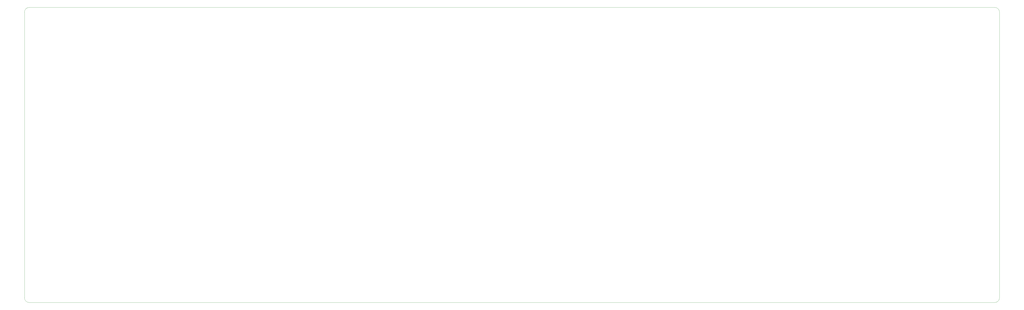
<source format=gbr>
%TF.GenerationSoftware,KiCad,Pcbnew,(6.0.0)*%
%TF.CreationDate,2022-04-30T21:56:39-04:00*%
%TF.ProjectId,SweetBusinessRGBCore,53776565-7442-4757-9369-6e6573735247,rev?*%
%TF.SameCoordinates,Original*%
%TF.FileFunction,Profile,NP*%
%FSLAX46Y46*%
G04 Gerber Fmt 4.6, Leading zero omitted, Abs format (unit mm)*
G04 Created by KiCad (PCBNEW (6.0.0)) date 2022-04-30 21:56:39*
%MOMM*%
%LPD*%
G01*
G04 APERTURE LIST*
%TA.AperFunction,Profile*%
%ADD10C,0.050000*%
%TD*%
G04 APERTURE END LIST*
D10*
X50006250Y-127000000D02*
G75*
G03*
X47625000Y-129381250I0J-2381250D01*
G01*
X47625000Y-267493750D02*
X47625000Y-129381250D01*
X78581250Y-127000000D02*
X516731250Y-127000000D01*
X516731250Y-269875000D02*
G75*
G03*
X519112500Y-267493750I0J2381250D01*
G01*
X516731250Y-269875000D02*
X50006250Y-269875000D01*
X50006250Y-127000000D02*
X78581250Y-127000000D01*
X519112500Y-129381250D02*
G75*
G03*
X516731250Y-127000000I-2381250J0D01*
G01*
X47625000Y-267493750D02*
G75*
G03*
X50006250Y-269875000I2381250J0D01*
G01*
X519112500Y-129381250D02*
X519112500Y-267493750D01*
M02*

</source>
